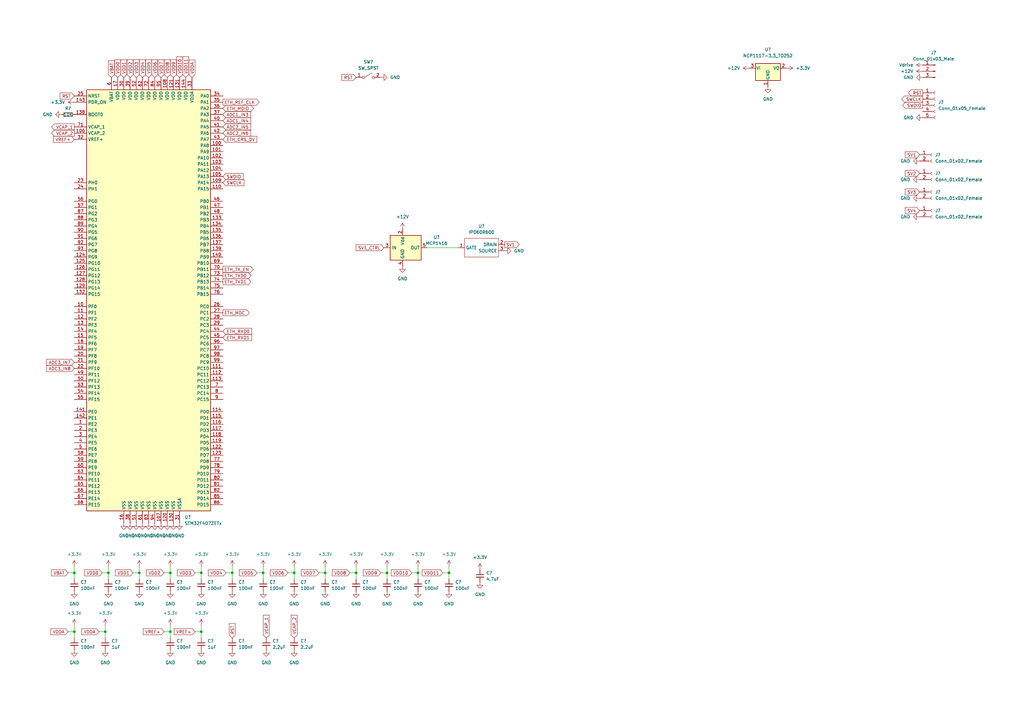
<source format=kicad_sch>
(kicad_sch (version 20211123) (generator eeschema)
  (paper "A3")
  (lib_symbols
    (symbol "Connector:Conn_01x02_Female" (pin_names (offset 1.016) hide)
      (property "Reference" "J" (at 0 2.54 0))
      (property "Value" "Conn_01x02_Female" (at 0 -5.08 0))
      (symbol "Conn_01x02_Female_1_1"
        (arc (start 0 -2.032) (mid -0.508 -2.54) (end 0 -3.048) (stroke (width 0.1524)))
        (polyline (pts (xy -1.27 -2.54) (xy -0.508 -2.54)) (stroke (width 0.1524)))
        (polyline (pts (xy -1.27 0) (xy -0.508 0)) (stroke (width 0.1524)))
        (arc (start 0 0.508) (mid -0.508 0) (end 0 -0.508) (stroke (width 0.1524)))
        (pin passive line (at -5.08 0 0) (length 3.81) (name "Pin_1") (number "1"))
        (pin passive line (at -5.08 -2.54 0) (length 3.81) (name "Pin_2") (number "2"))
      )
    )
    (symbol "Connector:Conn_01x03_Male" (pin_names (offset 1.016) hide)
      (property "Reference" "J" (at 0 5.08 0))
      (property "Value" "Conn_01x03_Male" (at 0 -5.08 0))
      (symbol "Conn_01x03_Male_1_1"
        (polyline (pts (xy 1.27 -2.54) (xy 0.8636 -2.54)) (stroke (width 0.1524)))
        (polyline (pts (xy 1.27 0) (xy 0.8636 0)) (stroke (width 0.1524)))
        (polyline (pts (xy 1.27 2.54) (xy 0.8636 2.54)) (stroke (width 0.1524)))
        (rectangle (start 0.8636 -2.413) (end 0 -2.667) (stroke (width 0.1524)) (fill (type outline)))
        (rectangle (start 0.8636 0.127) (end 0 -0.127) (stroke (width 0.1524)) (fill (type outline)))
        (rectangle (start 0.8636 2.667) (end 0 2.413) (stroke (width 0.1524)) (fill (type outline)))
        (pin passive line (at 5.08 2.54 180) (length 3.81) (name "Pin_1") (number "1"))
        (pin passive line (at 5.08 0 180) (length 3.81) (name "Pin_2") (number "2"))
        (pin passive line (at 5.08 -2.54 180) (length 3.81) (name "Pin_3") (number "3"))
      )
    )
    (symbol "Connector:Conn_01x05_Female" (pin_names (offset 1.016) hide)
      (property "Reference" "J" (at 0 7.62 0))
      (property "Value" "Conn_01x05_Female" (at 0 -7.62 0))
      (symbol "Conn_01x05_Female_1_1"
        (arc (start 0 -4.572) (mid -0.508 -5.08) (end 0 -5.588) (stroke (width 0.1524)))
        (arc (start 0 -2.032) (mid -0.508 -2.54) (end 0 -3.048) (stroke (width 0.1524)))
        (polyline (pts (xy -1.27 -5.08) (xy -0.508 -5.08)) (stroke (width 0.1524)))
        (polyline (pts (xy -1.27 -2.54) (xy -0.508 -2.54)) (stroke (width 0.1524)))
        (polyline (pts (xy -1.27 0) (xy -0.508 0)) (stroke (width 0.1524)))
        (polyline (pts (xy -1.27 2.54) (xy -0.508 2.54)) (stroke (width 0.1524)))
        (polyline (pts (xy -1.27 5.08) (xy -0.508 5.08)) (stroke (width 0.1524)))
        (arc (start 0 0.508) (mid -0.508 0) (end 0 -0.508) (stroke (width 0.1524)))
        (arc (start 0 3.048) (mid -0.508 2.54) (end 0 2.032) (stroke (width 0.1524)))
        (arc (start 0 5.588) (mid -0.508 5.08) (end 0 4.572) (stroke (width 0.1524)))
        (pin passive line (at -5.08 5.08 0) (length 3.81) (name "Pin_1") (number "1"))
        (pin passive line (at -5.08 2.54 0) (length 3.81) (name "Pin_2") (number "2"))
        (pin passive line (at -5.08 0 0) (length 3.81) (name "Pin_3") (number "3"))
        (pin passive line (at -5.08 -2.54 0) (length 3.81) (name "Pin_4") (number "4"))
        (pin passive line (at -5.08 -5.08 0) (length 3.81) (name "Pin_5") (number "5"))
      )
    )
    (symbol "Device:C_Small" (pin_numbers hide) (pin_names (offset 0.254) hide)
      (property "Reference" "C" (at 0.254 1.778 0))
      (property "Value" "C_Small" (at 0.254 -2.032 0))
      (symbol "C_Small_0_1"
        (polyline (pts (xy -1.524 -0.508) (xy 1.524 -0.508)) (stroke (width 0.3302)))
        (polyline (pts (xy -1.524 0.508) (xy 1.524 0.508)) (stroke (width 0.3048)))
      )
      (symbol "C_Small_1_1"
        (pin passive line (at 0 2.54 270) (length 2.032) (name "~") (number "1"))
        (pin passive line (at 0 -2.54 90) (length 2.032) (name "~") (number "2"))
      )
    )
    (symbol "Device:R_Small" (pin_numbers hide) (pin_names (offset 0.254) hide)
      (property "Reference" "R" (at 0.762 0.508 0))
      (property "Value" "R_Small" (at 0.762 -1.016 0))
      (symbol "R_Small_0_1"
        (rectangle (start -0.762 1.778) (end 0.762 -1.778) (stroke (width 0.2032)))
      )
      (symbol "R_Small_1_1"
        (pin passive line (at 0 2.54 270) (length 0.762) (name "~") (number "1"))
        (pin passive line (at 0 -2.54 90) (length 0.762) (name "~") (number "2"))
      )
    )
    (symbol "Driver_FET:MCP1416"
      (property "Reference" "U" (at -5.08 6.35 0))
      (property "Value" "MCP1416" (at 1.27 6.35 0))
      (symbol "MCP1416_0_1"
        (rectangle (start -5.08 5.08) (end 7.62 -5.08) (stroke (width 0.254)) (fill (type background)))
      )
      (symbol "MCP1416_1_1"
        (pin no_connect line (at 7.62 -2.54 180) (length 2.54) hide (name "NC") (number "1"))
        (pin power_in line (at 0 7.62 270) (length 2.54) (name "Vdd") (number "2"))
        (pin input line (at -7.62 0 0) (length 2.54) (name "IN") (number "3"))
        (pin power_in line (at 0 -7.62 90) (length 2.54) (name "GND") (number "4"))
        (pin output line (at 10.16 0 180) (length 2.54) (name "OUT") (number "5"))
      )
    )
    (symbol "MCU_ST_STM32F4:STM32F407ZETx"
      (property "Reference" "U" (at -25.4 87.63 0))
      (property "Value" "STM32F407ZETx" (at 20.32 87.63 0))
      (symbol "STM32F407ZETx_0_1"
        (rectangle (start -25.4 -86.36) (end 25.4 86.36) (stroke (width 0.254)) (fill (type background)))
      )
      (symbol "STM32F407ZETx_1_1"
        (pin bidirectional line (at -30.48 -50.8 0) (length 5.08) (name "PE2") (number "1"))
        (pin bidirectional line (at -30.48 -2.54 0) (length 5.08) (name "PF0") (number "10"))
        (pin bidirectional line (at 30.48 63.5 180) (length 5.08) (name "PA8") (number "100"))
        (pin bidirectional line (at 30.48 60.96 180) (length 5.08) (name "PA9") (number "101"))
        (pin bidirectional line (at 30.48 58.42 180) (length 5.08) (name "PA10") (number "102"))
        (pin bidirectional line (at 30.48 55.88 180) (length 5.08) (name "PA11") (number "103"))
        (pin bidirectional line (at 30.48 53.34 180) (length 5.08) (name "PA12") (number "104"))
        (pin bidirectional line (at 30.48 50.8 180) (length 5.08) (name "PA13") (number "105"))
        (pin power_in line (at -30.48 68.58 0) (length 5.08) (name "VCAP_2") (number "106"))
        (pin power_in line (at 5.08 -91.44 90) (length 5.08) (name "VSS") (number "107"))
        (pin power_in line (at 7.62 91.44 270) (length 5.08) (name "VDD") (number "108"))
        (pin bidirectional line (at 30.48 48.26 180) (length 5.08) (name "PA14") (number "109"))
        (pin bidirectional line (at -30.48 -5.08 0) (length 5.08) (name "PF1") (number "11"))
        (pin bidirectional line (at 30.48 45.72 180) (length 5.08) (name "PA15") (number "110"))
        (pin bidirectional line (at 30.48 -27.94 180) (length 5.08) (name "PC10") (number "111"))
        (pin bidirectional line (at 30.48 -30.48 180) (length 5.08) (name "PC11") (number "112"))
        (pin bidirectional line (at 30.48 -33.02 180) (length 5.08) (name "PC12") (number "113"))
        (pin bidirectional line (at 30.48 -45.72 180) (length 5.08) (name "PD0") (number "114"))
        (pin bidirectional line (at 30.48 -48.26 180) (length 5.08) (name "PD1") (number "115"))
        (pin bidirectional line (at 30.48 -50.8 180) (length 5.08) (name "PD2") (number "116"))
        (pin bidirectional line (at 30.48 -53.34 180) (length 5.08) (name "PD3") (number "117"))
        (pin bidirectional line (at 30.48 -55.88 180) (length 5.08) (name "PD4") (number "118"))
        (pin bidirectional line (at 30.48 -58.42 180) (length 5.08) (name "PD5") (number "119"))
        (pin bidirectional line (at -30.48 -7.62 0) (length 5.08) (name "PF2") (number "12"))
        (pin power_in line (at 7.62 -91.44 90) (length 5.08) (name "VSS") (number "120"))
        (pin power_in line (at 10.16 91.44 270) (length 5.08) (name "VDD") (number "121"))
        (pin bidirectional line (at 30.48 -60.96 180) (length 5.08) (name "PD6") (number "122"))
        (pin bidirectional line (at 30.48 -63.5 180) (length 5.08) (name "PD7") (number "123"))
        (pin bidirectional line (at -30.48 17.78 0) (length 5.08) (name "PG9") (number "124"))
        (pin bidirectional line (at -30.48 15.24 0) (length 5.08) (name "PG10") (number "125"))
        (pin bidirectional line (at -30.48 12.7 0) (length 5.08) (name "PG11") (number "126"))
        (pin bidirectional line (at -30.48 10.16 0) (length 5.08) (name "PG12") (number "127"))
        (pin bidirectional line (at -30.48 7.62 0) (length 5.08) (name "PG13") (number "128"))
        (pin bidirectional line (at -30.48 5.08 0) (length 5.08) (name "PG14") (number "129"))
        (pin bidirectional line (at -30.48 -10.16 0) (length 5.08) (name "PF3") (number "13"))
        (pin power_in line (at 10.16 -91.44 90) (length 5.08) (name "VSS") (number "130"))
        (pin power_in line (at 12.7 91.44 270) (length 5.08) (name "VDD") (number "131"))
        (pin bidirectional line (at -30.48 2.54 0) (length 5.08) (name "PG15") (number "132"))
        (pin bidirectional line (at 30.48 33.02 180) (length 5.08) (name "PB3") (number "133"))
        (pin bidirectional line (at 30.48 30.48 180) (length 5.08) (name "PB4") (number "134"))
        (pin bidirectional line (at 30.48 27.94 180) (length 5.08) (name "PB5") (number "135"))
        (pin bidirectional line (at 30.48 25.4 180) (length 5.08) (name "PB6") (number "136"))
        (pin bidirectional line (at 30.48 22.86 180) (length 5.08) (name "PB7") (number "137"))
        (pin input line (at -30.48 76.2 0) (length 5.08) (name "BOOT0") (number "138"))
        (pin bidirectional line (at 30.48 20.32 180) (length 5.08) (name "PB8") (number "139"))
        (pin bidirectional line (at -30.48 -12.7 0) (length 5.08) (name "PF4") (number "14"))
        (pin bidirectional line (at 30.48 17.78 180) (length 5.08) (name "PB9") (number "140"))
        (pin bidirectional line (at -30.48 -45.72 0) (length 5.08) (name "PE0") (number "141"))
        (pin bidirectional line (at -30.48 -48.26 0) (length 5.08) (name "PE1") (number "142"))
        (pin input line (at -30.48 81.28 0) (length 5.08) (name "PDR_ON") (number "143"))
        (pin power_in line (at 15.24 91.44 270) (length 5.08) (name "VDD") (number "144"))
        (pin bidirectional line (at -30.48 -15.24 0) (length 5.08) (name "PF5") (number "15"))
        (pin power_in line (at -10.16 -91.44 90) (length 5.08) (name "VSS") (number "16"))
        (pin power_in line (at -12.7 91.44 270) (length 5.08) (name "VDD") (number "17"))
        (pin bidirectional line (at -30.48 -17.78 0) (length 5.08) (name "PF6") (number "18"))
        (pin bidirectional line (at -30.48 -20.32 0) (length 5.08) (name "PF7") (number "19"))
        (pin bidirectional line (at -30.48 -53.34 0) (length 5.08) (name "PE3") (number "2"))
        (pin bidirectional line (at -30.48 -22.86 0) (length 5.08) (name "PF8") (number "20"))
        (pin bidirectional line (at -30.48 -25.4 0) (length 5.08) (name "PF9") (number "21"))
        (pin bidirectional line (at -30.48 -27.94 0) (length 5.08) (name "PF10") (number "22"))
        (pin input line (at -30.48 48.26 0) (length 5.08) (name "PH0") (number "23"))
        (pin input line (at -30.48 45.72 0) (length 5.08) (name "PH1") (number "24"))
        (pin input line (at -30.48 83.82 0) (length 5.08) (name "NRST") (number "25"))
        (pin bidirectional line (at 30.48 -2.54 180) (length 5.08) (name "PC0") (number "26"))
        (pin bidirectional line (at 30.48 -5.08 180) (length 5.08) (name "PC1") (number "27"))
        (pin bidirectional line (at 30.48 -7.62 180) (length 5.08) (name "PC2") (number "28"))
        (pin bidirectional line (at 30.48 -10.16 180) (length 5.08) (name "PC3") (number "29"))
        (pin bidirectional line (at -30.48 -55.88 0) (length 5.08) (name "PE4") (number "3"))
        (pin power_in line (at -10.16 91.44 270) (length 5.08) (name "VDD") (number "30"))
        (pin power_in line (at 12.7 -91.44 90) (length 5.08) (name "VSSA") (number "31"))
        (pin power_in line (at -30.48 66.04 0) (length 5.08) (name "VREF+") (number "32"))
        (pin power_in line (at 17.78 91.44 270) (length 5.08) (name "VDDA") (number "33"))
        (pin bidirectional line (at 30.48 83.82 180) (length 5.08) (name "PA0") (number "34"))
        (pin bidirectional line (at 30.48 81.28 180) (length 5.08) (name "PA1") (number "35"))
        (pin bidirectional line (at 30.48 78.74 180) (length 5.08) (name "PA2") (number "36"))
        (pin bidirectional line (at 30.48 76.2 180) (length 5.08) (name "PA3") (number "37"))
        (pin power_in line (at -7.62 -91.44 90) (length 5.08) (name "VSS") (number "38"))
        (pin power_in line (at -7.62 91.44 270) (length 5.08) (name "VDD") (number "39"))
        (pin bidirectional line (at -30.48 -58.42 0) (length 5.08) (name "PE5") (number "4"))
        (pin bidirectional line (at 30.48 73.66 180) (length 5.08) (name "PA4") (number "40"))
        (pin bidirectional line (at 30.48 71.12 180) (length 5.08) (name "PA5") (number "41"))
        (pin bidirectional line (at 30.48 68.58 180) (length 5.08) (name "PA6") (number "42"))
        (pin bidirectional line (at 30.48 66.04 180) (length 5.08) (name "PA7") (number "43"))
        (pin bidirectional line (at 30.48 -12.7 180) (length 5.08) (name "PC4") (number "44"))
        (pin bidirectional line (at 30.48 -15.24 180) (length 5.08) (name "PC5") (number "45"))
        (pin bidirectional line (at 30.48 40.64 180) (length 5.08) (name "PB0") (number "46"))
        (pin bidirectional line (at 30.48 38.1 180) (length 5.08) (name "PB1") (number "47"))
        (pin bidirectional line (at 30.48 35.56 180) (length 5.08) (name "PB2") (number "48"))
        (pin bidirectional line (at -30.48 -30.48 0) (length 5.08) (name "PF11") (number "49"))
        (pin bidirectional line (at -30.48 -60.96 0) (length 5.08) (name "PE6") (number "5"))
        (pin bidirectional line (at -30.48 -33.02 0) (length 5.08) (name "PF12") (number "50"))
        (pin power_in line (at -5.08 -91.44 90) (length 5.08) (name "VSS") (number "51"))
        (pin power_in line (at -5.08 91.44 270) (length 5.08) (name "VDD") (number "52"))
        (pin bidirectional line (at -30.48 -35.56 0) (length 5.08) (name "PF13") (number "53"))
        (pin bidirectional line (at -30.48 -38.1 0) (length 5.08) (name "PF14") (number "54"))
        (pin bidirectional line (at -30.48 -40.64 0) (length 5.08) (name "PF15") (number "55"))
        (pin bidirectional line (at -30.48 40.64 0) (length 5.08) (name "PG0") (number "56"))
        (pin bidirectional line (at -30.48 38.1 0) (length 5.08) (name "PG1") (number "57"))
        (pin bidirectional line (at -30.48 -63.5 0) (length 5.08) (name "PE7") (number "58"))
        (pin bidirectional line (at -30.48 -66.04 0) (length 5.08) (name "PE8") (number "59"))
        (pin power_in line (at -15.24 91.44 270) (length 5.08) (name "VBAT") (number "6"))
        (pin bidirectional line (at -30.48 -68.58 0) (length 5.08) (name "PE9") (number "60"))
        (pin power_in line (at -2.54 -91.44 90) (length 5.08) (name "VSS") (number "61"))
        (pin power_in line (at -2.54 91.44 270) (length 5.08) (name "VDD") (number "62"))
        (pin bidirectional line (at -30.48 -71.12 0) (length 5.08) (name "PE10") (number "63"))
        (pin bidirectional line (at -30.48 -73.66 0) (length 5.08) (name "PE11") (number "64"))
        (pin bidirectional line (at -30.48 -76.2 0) (length 5.08) (name "PE12") (number "65"))
        (pin bidirectional line (at -30.48 -78.74 0) (length 5.08) (name "PE13") (number "66"))
        (pin bidirectional line (at -30.48 -81.28 0) (length 5.08) (name "PE14") (number "67"))
        (pin bidirectional line (at -30.48 -83.82 0) (length 5.08) (name "PE15") (number "68"))
        (pin bidirectional line (at 30.48 15.24 180) (length 5.08) (name "PB10") (number "69"))
        (pin bidirectional line (at 30.48 -35.56 180) (length 5.08) (name "PC13") (number "7"))
        (pin bidirectional line (at 30.48 12.7 180) (length 5.08) (name "PB11") (number "70"))
        (pin power_in line (at -30.48 71.12 0) (length 5.08) (name "VCAP_1") (number "71"))
        (pin power_in line (at 0 91.44 270) (length 5.08) (name "VDD") (number "72"))
        (pin bidirectional line (at 30.48 10.16 180) (length 5.08) (name "PB12") (number "73"))
        (pin bidirectional line (at 30.48 7.62 180) (length 5.08) (name "PB13") (number "74"))
        (pin bidirectional line (at 30.48 5.08 180) (length 5.08) (name "PB14") (number "75"))
        (pin bidirectional line (at 30.48 2.54 180) (length 5.08) (name "PB15") (number "76"))
        (pin bidirectional line (at 30.48 -66.04 180) (length 5.08) (name "PD8") (number "77"))
        (pin bidirectional line (at 30.48 -68.58 180) (length 5.08) (name "PD9") (number "78"))
        (pin bidirectional line (at 30.48 -71.12 180) (length 5.08) (name "PD10") (number "79"))
        (pin bidirectional line (at 30.48 -38.1 180) (length 5.08) (name "PC14") (number "8"))
        (pin bidirectional line (at 30.48 -73.66 180) (length 5.08) (name "PD11") (number "80"))
        (pin bidirectional line (at 30.48 -76.2 180) (length 5.08) (name "PD12") (number "81"))
        (pin bidirectional line (at 30.48 -78.74 180) (length 5.08) (name "PD13") (number "82"))
        (pin power_in line (at 0 -91.44 90) (length 5.08) (name "VSS") (number "83"))
        (pin power_in line (at 2.54 91.44 270) (length 5.08) (name "VDD") (number "84"))
        (pin bidirectional line (at 30.48 -81.28 180) (length 5.08) (name "PD14") (number "85"))
        (pin bidirectional line (at 30.48 -83.82 180) (length 5.08) (name "PD15") (number "86"))
        (pin bidirectional line (at -30.48 35.56 0) (length 5.08) (name "PG2") (number "87"))
        (pin bidirectional line (at -30.48 33.02 0) (length 5.08) (name "PG3") (number "88"))
        (pin bidirectional line (at -30.48 30.48 0) (length 5.08) (name "PG4") (number "89"))
        (pin bidirectional line (at 30.48 -40.64 180) (length 5.08) (name "PC15") (number "9"))
        (pin bidirectional line (at -30.48 27.94 0) (length 5.08) (name "PG5") (number "90"))
        (pin bidirectional line (at -30.48 25.4 0) (length 5.08) (name "PG6") (number "91"))
        (pin bidirectional line (at -30.48 22.86 0) (length 5.08) (name "PG7") (number "92"))
        (pin bidirectional line (at -30.48 20.32 0) (length 5.08) (name "PG8") (number "93"))
        (pin power_in line (at 2.54 -91.44 90) (length 5.08) (name "VSS") (number "94"))
        (pin power_in line (at 5.08 91.44 270) (length 5.08) (name "VDD") (number "95"))
        (pin bidirectional line (at 30.48 -17.78 180) (length 5.08) (name "PC6") (number "96"))
        (pin bidirectional line (at 30.48 -20.32 180) (length 5.08) (name "PC7") (number "97"))
        (pin bidirectional line (at 30.48 -22.86 180) (length 5.08) (name "PC8") (number "98"))
        (pin bidirectional line (at 30.48 -25.4 180) (length 5.08) (name "PC9") (number "99"))
      )
    )
    (symbol "Regulator_Linear:NCP1117-3.3_TO252" (pin_names (offset 0.254))
      (property "Reference" "U" (at -3.81 3.175 0))
      (property "Value" "NCP1117-3.3_TO252" (at 0 3.175 0))
      (symbol "NCP1117-3.3_TO252_0_1"
        (rectangle (start -5.08 1.905) (end 5.08 -5.08) (stroke (width 0.254)) (fill (type background)))
      )
      (symbol "NCP1117-3.3_TO252_1_1"
        (pin power_in line (at 0 -7.62 90) (length 2.54) (name "GND") (number "1"))
        (pin power_out line (at 7.62 0 180) (length 2.54) (name "VO") (number "2"))
        (pin power_in line (at -7.62 0 0) (length 2.54) (name "VI") (number "3"))
      )
    )
    (symbol "Switch:SW_SPST" (pin_names (offset 0) hide)
      (property "Reference" "SW" (at 0 3.175 0))
      (property "Value" "SW_SPST" (at 0 -2.54 0))
      (symbol "SW_SPST_0_0"
        (circle (center -2.032 0) (radius 0.508))
        (polyline (pts (xy -1.524 0.254) (xy 1.524 1.778)))
        (circle (center 2.032 0) (radius 0.508))
      )
      (symbol "SW_SPST_1_1"
        (pin passive line (at -5.08 0 0) (length 2.54) (name "A") (number "1"))
        (pin passive line (at 5.08 0 180) (length 2.54) (name "B") (number "2"))
      )
    )
    (symbol "custom_symbols:IPD60R600"
      (property "Reference" "U" (at 0 7.62 0))
      (property "Value" "IPD60R600" (at 1.27 10.16 0))
      (symbol "IPD60R600_0_1"
        (rectangle (start -6.35 3.81) (end 7.62 -3.81))
      )
      (symbol "IPD60R600_1_1"
        (pin input line (at -8.89 0 0) (length 2.54) (name "GATE") (number "1"))
        (pin open_collector line (at 10.16 1.27 180) (length 2.54) (name "DRAIN") (number "2"))
        (pin open_emitter line (at 10.16 -1.27 180) (length 2.54) (name "SOURCE") (number "3"))
      )
    )
    (symbol "power:+12V" (power) (pin_names (offset 0))
      (property "Value" "+12V" (at 0 3.556 0))
      (symbol "+12V_0_1"
        (polyline (pts (xy -0.762 1.27) (xy 0 2.54)))
        (polyline (pts (xy 0 0) (xy 0 2.54)))
        (polyline (pts (xy 0 2.54) (xy 0.762 1.27)))
      )
      (symbol "+12V_1_1"
        (pin power_in line (at 0 0 90) (length 0) hide (name "+12V") (number "1"))
      )
    )
    (symbol "power:+3.3V" (power) (pin_names (offset 0))
      (property "Value" "+3.3V" (at 0 3.556 0))
      (symbol "+3.3V_0_1"
        (polyline (pts (xy -0.762 1.27) (xy 0 2.54)))
        (polyline (pts (xy 0 0) (xy 0 2.54)))
        (polyline (pts (xy 0 2.54) (xy 0.762 1.27)))
      )
      (symbol "+3.3V_1_1"
        (pin power_in line (at 0 0 90) (length 0) hide (name "+3.3V") (number "1"))
      )
    )
    (symbol "power:GND" (power) (pin_names (offset 0))
      (property "Value" "GND" (at 0 -3.81 0))
      (symbol "GND_0_1"
        (polyline (pts (xy 0 0) (xy 0 -1.27) (xy 1.27 -1.27) (xy 0 -2.54) (xy -1.27 -1.27) (xy 0 -1.27)))
      )
      (symbol "GND_1_1"
        (pin power_in line (at 0 0 270) (length 0) hide (name "GND") (number "1"))
      )
    )
    (symbol "power:Vdrive" (power) (pin_names (offset 0))
      (property "Value" "Vdrive" (at 0 3.81 0))
      (symbol "Vdrive_0_1"
        (polyline (pts (xy -0.762 1.27) (xy 0 2.54)))
        (polyline (pts (xy 0 0) (xy 0 2.54)))
        (polyline (pts (xy 0 2.54) (xy 0.762 1.27)))
      )
      (symbol "Vdrive_1_1"
        (pin power_in line (at 0 0 90) (length 0) hide (name "Vdrive") (number "1"))
      )
    )
  )
  (junction (at 158.75 234.95))
  (junction (at 184.15 234.95))
  (junction (at 146.05 234.95))
  (junction (at 44.45 234.95))
  (junction (at 133.35 234.95))
  (junction (at 82.55 259.08))
  (junction (at 69.85 259.08))
  (junction (at 171.45 234.95))
  (junction (at 57.15 234.95))
  (junction (at 69.85 234.95))
  (junction (at 30.48 234.95))
  (junction (at 43.18 259.08))
  (junction (at 30.48 259.08))
  (junction (at 120.65 234.95))
  (junction (at 82.55 234.95))
  (junction (at 107.95 234.95))
  (junction (at 95.25 234.95))
  (wire (pts (xy 184.15 234.95) (xy 184.15 232.41)))
  (wire (pts (xy 120.65 234.95) (xy 120.65 232.41)))
  (wire (pts (xy 120.65 234.95) (xy 120.65 237.49)))
  (wire (pts (xy 80.01 259.08) (xy 82.55 259.08)))
  (wire (pts (xy 107.95 234.95) (xy 107.95 237.49)))
  (wire (pts (xy 82.55 234.95) (xy 82.55 232.41)))
  (wire (pts (xy 44.45 234.95) (xy 44.45 237.49)))
  (wire (pts (xy 54.61 234.95) (xy 57.15 234.95)))
  (wire (pts (xy 130.81 234.95) (xy 133.35 234.95)))
  (wire (pts (xy 69.85 259.08) (xy 69.85 261.62)))
  (wire (pts (xy 57.15 234.95) (xy 57.15 237.49)))
  (wire (pts (xy 30.48 259.08) (xy 30.48 261.62)))
  (wire (pts (xy 146.05 234.95) (xy 146.05 232.41)))
  (wire (pts (xy 67.31 234.95) (xy 69.85 234.95)))
  (wire (pts (xy 82.55 259.08) (xy 82.55 261.62)))
  (wire (pts (xy 95.25 234.95) (xy 95.25 237.49)))
  (wire (pts (xy 168.91 234.95) (xy 171.45 234.95)))
  (wire (pts (xy 156.21 234.95) (xy 158.75 234.95)))
  (wire (pts (xy 69.85 234.95) (xy 69.85 237.49)))
  (wire (pts (xy 158.75 234.95) (xy 158.75 232.41)))
  (wire (pts (xy 30.48 259.08) (xy 30.48 256.54)))
  (wire (pts (xy 171.45 234.95) (xy 171.45 232.41)))
  (wire (pts (xy 82.55 259.08) (xy 82.55 256.54)))
  (wire (pts (xy 41.91 234.95) (xy 44.45 234.95)))
  (wire (pts (xy 69.85 234.95) (xy 69.85 232.41)))
  (wire (pts (xy 105.41 234.95) (xy 107.95 234.95)))
  (wire (pts (xy 107.95 234.95) (xy 107.95 232.41)))
  (wire (pts (xy 30.48 234.95) (xy 30.48 237.49)))
  (wire (pts (xy 92.71 234.95) (xy 95.25 234.95)))
  (wire (pts (xy 118.11 234.95) (xy 120.65 234.95)))
  (wire (pts (xy 171.45 234.95) (xy 171.45 237.49)))
  (wire (pts (xy 27.94 234.95) (xy 30.48 234.95)))
  (wire (pts (xy 43.18 259.08) (xy 43.18 261.62)))
  (wire (pts (xy 175.26 101.6) (xy 187.96 101.6)))
  (wire (pts (xy 44.45 234.95) (xy 44.45 232.41)))
  (wire (pts (xy 181.61 234.95) (xy 184.15 234.95)))
  (wire (pts (xy 69.85 259.08) (xy 69.85 256.54)))
  (wire (pts (xy 146.05 234.95) (xy 146.05 237.49)))
  (wire (pts (xy 158.75 234.95) (xy 158.75 237.49)))
  (wire (pts (xy 40.64 259.08) (xy 43.18 259.08)))
  (wire (pts (xy 82.55 234.95) (xy 82.55 237.49)))
  (wire (pts (xy 95.25 234.95) (xy 95.25 232.41)))
  (wire (pts (xy 80.01 234.95) (xy 82.55 234.95)))
  (wire (pts (xy 43.18 259.08) (xy 43.18 256.54)))
  (wire (pts (xy 27.94 259.08) (xy 30.48 259.08)))
  (wire (pts (xy 57.15 234.95) (xy 57.15 232.41)))
  (wire (pts (xy 143.51 234.95) (xy 146.05 234.95)))
  (wire (pts (xy 133.35 234.95) (xy 133.35 237.49)))
  (wire (pts (xy 67.31 259.08) (xy 69.85 259.08)))
  (wire (pts (xy 184.15 234.95) (xy 184.15 237.49)))
  (wire (pts (xy 30.48 234.95) (xy 30.48 232.41)))
  (wire (pts (xy 133.35 234.95) (xy 133.35 232.41)))
  (global_label "VDD7" (shape input) (at 66.04 31.75 90) (property "Intersheet References" "${INTERSHEET_REFS}" (effects hide)))
  (global_label "VDD6" (shape input) (at 118.11 234.95 180) (property "Intersheet References" "${INTERSHEET_REFS}" (effects hide)))
  (global_label "VDD5" (shape input) (at 60.96 31.75 90) (property "Intersheet References" "${INTERSHEET_REFS}" (effects hide)))
  (global_label "VDD0" (shape input) (at 48.26 31.75 90) (property "Intersheet References" "${INTERSHEET_REFS}" (effects hide)))
  (global_label "VCAP_1" (shape output) (at 30.48 52.07 180) (property "Intersheet References" "${INTERSHEET_REFS}" (effects hide)))
  (global_label "SV1_CTRL" (shape input) (at 157.48 101.6 180) (property "Intersheet References" "${INTERSHEET_REFS}" (effects hide)))
  (global_label "RST" (shape input) (at 95.25 261.62 90) (property "Intersheet References" "${INTERSHEET_REFS}" (effects hide)))
  (global_label "ETH_RXD1" (shape input) (at 91.44 138.43 0) (property "Intersheet References" "${INTERSHEET_REFS}" (effects hide)))
  (global_label "ADC1_IN3" (shape input) (at 91.44 46.99 0) (property "Intersheet References" "${INTERSHEET_REFS}" (effects hide)))
  (global_label "SV2" (shape input) (at 377.19 71.12 180) (property "Intersheet References" "${INTERSHEET_REFS}" (effects hide)))
  (global_label "SWCLK" (shape input) (at 91.44 74.93 0) (property "Intersheet References" "${INTERSHEET_REFS}" (effects hide)))
  (global_label "SV1" (shape input) (at 377.19 63.5 180) (property "Intersheet References" "${INTERSHEET_REFS}" (effects hide)))
  (global_label "VDD10" (shape input) (at 168.91 234.95 180) (property "Intersheet References" "${INTERSHEET_REFS}" (effects hide)))
  (global_label "ETH_CRS_DV" (shape input) (at 91.44 57.15 0) (property "Intersheet References" "${INTERSHEET_REFS}" (effects hide)))
  (global_label "ADC1_IN4" (shape input) (at 91.44 49.53 0) (property "Intersheet References" "${INTERSHEET_REFS}" (effects hide)))
  (global_label "VREF+" (shape input) (at 67.31 259.08 180) (property "Intersheet References" "${INTERSHEET_REFS}" (effects hide)))
  (global_label "VDD4" (shape input) (at 58.42 31.75 90) (property "Intersheet References" "${INTERSHEET_REFS}" (effects hide)))
  (global_label "ADC2_IN5" (shape input) (at 91.44 52.07 0) (property "Intersheet References" "${INTERSHEET_REFS}" (effects hide)))
  (global_label "VDD7" (shape input) (at 130.81 234.95 180) (property "Intersheet References" "${INTERSHEET_REFS}" (effects hide)))
  (global_label "VDD11" (shape input) (at 181.61 234.95 180) (property "Intersheet References" "${INTERSHEET_REFS}" (effects hide)))
  (global_label "VDD3" (shape input) (at 80.01 234.95 180) (property "Intersheet References" "${INTERSHEET_REFS}" (effects hide)))
  (global_label "VREF+" (shape input) (at 30.48 57.15 180) (property "Intersheet References" "${INTERSHEET_REFS}" (effects hide)))
  (global_label "SV4" (shape input) (at 377.19 86.36 180) (property "Intersheet References" "${INTERSHEET_REFS}" (effects hide)))
  (global_label "VDD5" (shape input) (at 105.41 234.95 180) (property "Intersheet References" "${INTERSHEET_REFS}" (effects hide)))
  (global_label "VDD3" (shape input) (at 55.88 31.75 90) (property "Intersheet References" "${INTERSHEET_REFS}" (effects hide)))
  (global_label "SWDIO" (shape input) (at 91.44 72.39 0) (property "Intersheet References" "${INTERSHEET_REFS}" (effects hide)))
  (global_label "VDDA" (shape input) (at 40.64 259.08 180) (property "Intersheet References" "${INTERSHEET_REFS}" (effects hide)))
  (global_label "VDD0" (shape input) (at 41.91 234.95 180) (property "Intersheet References" "${INTERSHEET_REFS}" (effects hide)))
  (global_label "ETH_TX_EN" (shape output) (at 91.44 110.49 0) (property "Intersheet References" "${INTERSHEET_REFS}" (effects hide)))
  (global_label "SWDIO" (shape output) (at 378.46 43.18 180) (property "Intersheet References" "${INTERSHEET_REFS}" (effects hide)))
  (global_label "VDDA" (shape input) (at 78.74 31.75 90) (property "Intersheet References" "${INTERSHEET_REFS}" (effects hide)))
  (global_label "VREF+" (shape input) (at 80.01 259.08 180) (property "Intersheet References" "${INTERSHEET_REFS}" (effects hide)))
  (global_label "VDD1" (shape input) (at 50.8 31.75 90) (property "Intersheet References" "${INTERSHEET_REFS}" (effects hide)))
  (global_label "SWCLK" (shape output) (at 378.46 40.64 180) (property "Intersheet References" "${INTERSHEET_REFS}" (effects hide)))
  (global_label "RST" (shape input) (at 30.48 39.37 180) (property "Intersheet References" "${INTERSHEET_REFS}" (effects hide)))
  (global_label "SV3" (shape input) (at 377.19 78.74 180) (property "Intersheet References" "${INTERSHEET_REFS}" (effects hide)))
  (global_label "VDD8" (shape input) (at 68.58 31.75 90) (property "Intersheet References" "${INTERSHEET_REFS}" (effects hide)))
  (global_label "ETH_MDIO" (shape bidirectional) (at 91.44 44.45 0) (property "Intersheet References" "${INTERSHEET_REFS}" (effects hide)))
  (global_label "VDD9" (shape input) (at 156.21 234.95 180) (property "Intersheet References" "${INTERSHEET_REFS}" (effects hide)))
  (global_label "ETH_TXD0" (shape output) (at 91.44 113.03 0) (property "Intersheet References" "${INTERSHEET_REFS}" (effects hide)))
  (global_label "VDDA" (shape input) (at 27.94 259.08 180) (property "Intersheet References" "${INTERSHEET_REFS}" (effects hide)))
  (global_label "ETH_MDC" (shape output) (at 91.44 128.27 0) (property "Intersheet References" "${INTERSHEET_REFS}" (effects hide)))
  (global_label "VBAT" (shape input) (at 45.72 31.75 90) (property "Intersheet References" "${INTERSHEET_REFS}" (effects hide)))
  (global_label "ETH_TXD1" (shape output) (at 91.44 115.57 0) (property "Intersheet References" "${INTERSHEET_REFS}" (effects hide)))
  (global_label "ADC2_IN6" (shape input) (at 91.44 54.61 0) (property "Intersheet References" "${INTERSHEET_REFS}" (effects hide)))
  (global_label "VDD11" (shape input) (at 76.2 31.75 90) (property "Intersheet References" "${INTERSHEET_REFS}" (effects hide)))
  (global_label "VCAP_1" (shape input) (at 109.22 261.62 90) (property "Intersheet References" "${INTERSHEET_REFS}" (effects hide)))
  (global_label "VCAP_2" (shape output) (at 30.48 54.61 180) (property "Intersheet References" "${INTERSHEET_REFS}" (effects hide)))
  (global_label "VDD2" (shape input) (at 53.34 31.75 90) (property "Intersheet References" "${INTERSHEET_REFS}" (effects hide)))
  (global_label "VDD10" (shape input) (at 73.66 31.75 90) (property "Intersheet References" "${INTERSHEET_REFS}" (effects hide)))
  (global_label "VDD9" (shape input) (at 71.12 31.75 90) (property "Intersheet References" "${INTERSHEET_REFS}" (effects hide)))
  (global_label "ETH_REF_CLK" (shape output) (at 91.44 41.91 0) (property "Intersheet References" "${INTERSHEET_REFS}" (effects hide)))
  (global_label "VBAT" (shape input) (at 27.94 234.95 180) (property "Intersheet References" "${INTERSHEET_REFS}" (effects hide)))
  (global_label "VDD2" (shape input) (at 67.31 234.95 180) (property "Intersheet References" "${INTERSHEET_REFS}" (effects hide)))
  (global_label "ADC3_IN8" (shape input) (at 30.48 151.13 180) (property "Intersheet References" "${INTERSHEET_REFS}" (effects hide)))
  (global_label "RST" (shape input) (at 146.05 31.75 180) (property "Intersheet References" "${INTERSHEET_REFS}" (effects hide)))
  (global_label "VDD4" (shape input) (at 92.71 234.95 180) (property "Intersheet References" "${INTERSHEET_REFS}" (effects hide)))
  (global_label "VDD8" (shape input) (at 143.51 234.95 180) (property "Intersheet References" "${INTERSHEET_REFS}" (effects hide)))
  (global_label "VDD6" (shape input) (at 63.5 31.75 90) (property "Intersheet References" "${INTERSHEET_REFS}" (effects hide)))
  (global_label "RST" (shape output) (at 378.46 38.1 180) (property "Intersheet References" "${INTERSHEET_REFS}" (effects hide)))
  (global_label "ETH_RXD0" (shape input) (at 91.44 135.89 0) (property "Intersheet References" "${INTERSHEET_REFS}" (effects hide)))
  (global_label "ADC3_IN7" (shape input) (at 30.48 148.59 180) (property "Intersheet References" "${INTERSHEET_REFS}" (effects hide)))
  (global_label "VDD1" (shape input) (at 54.61 234.95 180) (property "Intersheet References" "${INTERSHEET_REFS}" (effects hide)))
  (global_label "SV1" (shape output) (at 207.01 100.33 0) (property "Intersheet References" "${INTERSHEET_REFS}" (effects hide)))
  (global_label "VCAP_2" (shape input) (at 120.65 261.62 90) (property "Intersheet References" "${INTERSHEET_REFS}" (effects hide)))
  (symbol (lib_id "Device:C_Small") (at 95.25 240.03 0) (unit 1)
    (property "Reference" "C?" (at 97.79 238.7662 0) (effects (justify left)))
    (property "Value" "100nF" (at 97.79 241.3062 0) (effects (justify left)))
  )
  (symbol (lib_id "power:+3.3V") (at 82.55 256.54 0) (unit 1)
    (property "Reference" "#PWR?" (effects hide))
    (property "Value" "+3.3V" (at 82.55 251.46 0))
  )
  (symbol (lib_id "power:+3.3V") (at 184.15 232.41 0) (unit 1)
    (property "Reference" "#PWR?" (effects hide))
    (property "Value" "+3.3V" (at 184.15 227.33 0))
  )
  (symbol (lib_id "Device:C_Small") (at 82.55 264.16 0) (unit 1)
    (property "Reference" "C?" (at 85.09 262.8962 0) (effects (justify left)))
    (property "Value" "1uF" (at 85.09 265.4362 0) (effects (justify left)))
  )
  (symbol (lib_id "power:GND") (at 66.04 214.63 0) (unit 1)
    (property "Reference" "#PWR?" (effects hide))
    (property "Value" "GND" (at 66.04 219.71 0))
  )
  (symbol (lib_id "power:+3.3V") (at 107.95 232.41 0) (unit 1)
    (property "Reference" "#PWR?" (effects hide))
    (property "Value" "+3.3V" (at 107.95 227.33 0))
  )
  (symbol (lib_id "power:GND") (at 25.4 46.99 270) (unit 1)
    (property "Reference" "#PWR?" (effects hide))
    (property "Value" "GND" (at 21.59 46.9899 90) (effects (justify right)))
  )
  (symbol (lib_id "power:GND") (at 82.55 266.7 0) (unit 1)
    (property "Reference" "#PWR?" (effects hide))
    (property "Value" "GND" (at 82.55 271.78 0))
  )
  (symbol (lib_id "Connector:Conn_01x02_Female") (at 382.27 71.12 0) (unit 1)
    (property "Reference" "J?" (at 383.54 71.1199 0) (effects (justify left)))
    (property "Value" "Conn_01x02_Female" (at 383.54 73.6599 0) (effects (justify left)))
  )
  (symbol (lib_id "power:GND") (at 71.12 214.63 0) (unit 1)
    (property "Reference" "#PWR?" (effects hide))
    (property "Value" "GND" (at 71.12 219.71 0))
  )
  (symbol (lib_id "Device:C_Small") (at 133.35 240.03 0) (unit 1)
    (property "Reference" "C?" (at 135.89 238.7662 0) (effects (justify left)))
    (property "Value" "100nF" (at 135.89 241.3062 0) (effects (justify left)))
  )
  (symbol (lib_id "power:GND") (at 69.85 242.57 0) (unit 1)
    (property "Reference" "#PWR?" (effects hide))
    (property "Value" "GND" (at 69.85 247.65 0))
  )
  (symbol (lib_id "power:GND") (at 377.19 81.28 270) (unit 1)
    (property "Reference" "#PWR?" (effects hide))
    (property "Value" "GND" (at 373.38 81.2799 90) (effects (justify right)))
  )
  (symbol (lib_id "Device:C_Small") (at 146.05 240.03 0) (unit 1)
    (property "Reference" "C?" (at 148.59 238.7662 0) (effects (justify left)))
    (property "Value" "100nF" (at 148.59 241.3062 0) (effects (justify left)))
  )
  (symbol (lib_id "power:GND") (at 95.25 242.57 0) (unit 1)
    (property "Reference" "#PWR?" (effects hide))
    (property "Value" "GND" (at 95.25 247.65 0))
  )
  (symbol (lib_id "power:GND") (at 314.96 35.56 0) (unit 1)
    (property "Reference" "#PWR?" (effects hide))
    (property "Value" "GND" (at 314.96 40.64 0))
  )
  (symbol (lib_id "Connector:Conn_01x02_Female") (at 382.27 86.36 0) (unit 1)
    (property "Reference" "J?" (at 383.54 86.3599 0) (effects (justify left)))
    (property "Value" "Conn_01x02_Female" (at 383.54 88.8999 0) (effects (justify left)))
  )
  (symbol (lib_id "Device:C_Small") (at 82.55 240.03 0) (unit 1)
    (property "Reference" "C?" (at 85.09 238.7662 0) (effects (justify left)))
    (property "Value" "100nF" (at 85.09 241.3062 0) (effects (justify left)))
  )
  (symbol (lib_id "power:GND") (at 30.48 242.57 0) (unit 1)
    (property "Reference" "#PWR?" (effects hide))
    (property "Value" "GND" (at 30.48 247.65 0))
  )
  (symbol (lib_id "Device:C_Small") (at 196.85 236.22 0) (unit 1)
    (property "Reference" "C?" (at 199.39 234.9562 0) (effects (justify left)))
    (property "Value" "4.7uF" (at 199.39 237.4962 0) (effects (justify left)))
  )
  (symbol (lib_id "power:GND") (at 378.46 48.26 270) (unit 1)
    (property "Reference" "#PWR?" (effects hide))
    (property "Value" "GND" (at 374.65 48.2599 90) (effects (justify right)))
  )
  (symbol (lib_id "Connector:Conn_01x02_Female") (at 382.27 78.74 0) (unit 1)
    (property "Reference" "J?" (at 383.54 78.7399 0) (effects (justify left)))
    (property "Value" "Conn_01x02_Female" (at 383.54 81.2799 0) (effects (justify left)))
  )
  (symbol (lib_id "Connector:Conn_01x03_Male") (at 383.54 29.21 0) (mirror y) (unit 1)
    (property "Reference" "J?" (at 382.905 21.59 0))
    (property "Value" "Conn_01x03_Male" (at 382.905 24.13 0))
  )
  (symbol (lib_id "power:GND") (at 146.05 242.57 0) (unit 1)
    (property "Reference" "#PWR?" (effects hide))
    (property "Value" "GND" (at 146.05 247.65 0))
  )
  (symbol (lib_id "power:GND") (at 60.96 214.63 0) (unit 1)
    (property "Reference" "#PWR?" (effects hide))
    (property "Value" "GND" (at 60.96 219.71 0))
  )
  (symbol (lib_id "power:GND") (at 107.95 242.57 0) (unit 1)
    (property "Reference" "#PWR?" (effects hide))
    (property "Value" "GND" (at 107.95 247.65 0))
  )
  (symbol (lib_id "power:GND") (at 109.22 266.7 0) (unit 1)
    (property "Reference" "#PWR?" (effects hide))
    (property "Value" "GND" (at 109.22 271.78 0))
  )
  (symbol (lib_id "power:+3.3V") (at 82.55 232.41 0) (unit 1)
    (property "Reference" "#PWR?" (effects hide))
    (property "Value" "+3.3V" (at 82.55 227.33 0))
  )
  (symbol (lib_id "power:GND") (at 377.19 73.66 270) (unit 1)
    (property "Reference" "#PWR?" (effects hide))
    (property "Value" "GND" (at 373.38 73.6599 90) (effects (justify right)))
  )
  (symbol (lib_id "power:GND") (at 156.21 31.75 90) (unit 1)
    (property "Reference" "#PWR?" (effects hide))
    (property "Value" "GND" (at 160.02 31.7499 90) (effects (justify right)))
  )
  (symbol (lib_id "power:GND") (at 50.8 214.63 0) (unit 1)
    (property "Reference" "#PWR?" (effects hide))
    (property "Value" "GND" (at 50.8 219.71 0))
  )
  (symbol (lib_id "power:GND") (at 207.01 102.87 90) (unit 1)
    (property "Reference" "#PWR?" (effects hide))
    (property "Value" "GND" (at 210.82 102.8699 90) (effects (justify right)))
  )
  (symbol (lib_id "power:GND") (at 95.25 266.7 0) (unit 1)
    (property "Reference" "#PWR?" (effects hide))
    (property "Value" "GND" (at 95.25 271.78 0))
  )
  (symbol (lib_id "power:GND") (at 63.5 214.63 0) (unit 1)
    (property "Reference" "#PWR?" (effects hide))
    (property "Value" "GND" (at 63.5 219.71 0))
  )
  (symbol (lib_id "Device:R_Small") (at 27.94 46.99 90) (unit 1)
    (property "Reference" "R?" (at 27.94 44.45 90))
    (property "Value" "10K" (at 27.94 46.99 90))
  )
  (symbol (lib_id "power:GND") (at 120.65 266.7 0) (unit 1)
    (property "Reference" "#PWR?" (effects hide))
    (property "Value" "GND" (at 120.65 271.78 0))
  )
  (symbol (lib_id "power:+3.3V") (at 171.45 232.41 0) (unit 1)
    (property "Reference" "#PWR?" (effects hide))
    (property "Value" "+3.3V" (at 171.45 227.33 0))
  )
  (symbol (lib_id "Device:C_Small") (at 43.18 264.16 0) (unit 1)
    (property "Reference" "C?" (at 45.72 262.8962 0) (effects (justify left)))
    (property "Value" "1uF" (at 45.72 265.4362 0) (effects (justify left)))
  )
  (symbol (lib_id "Device:C_Small") (at 69.85 240.03 0) (unit 1)
    (property "Reference" "C?" (at 72.39 238.7662 0) (effects (justify left)))
    (property "Value" "100nF" (at 72.39 241.3062 0) (effects (justify left)))
  )
  (symbol (lib_id "power:+3.3V") (at 158.75 232.41 0) (unit 1)
    (property "Reference" "#PWR?" (effects hide))
    (property "Value" "+3.3V" (at 158.75 227.33 0))
  )
  (symbol (lib_id "power:GND") (at 171.45 242.57 0) (unit 1)
    (property "Reference" "#PWR?" (effects hide))
    (property "Value" "GND" (at 171.45 247.65 0))
  )
  (symbol (lib_id "Driver_FET:MCP1416") (at 165.1 101.6 0) (unit 1)
    (property "Reference" "U?" (at 179.07 97.2693 0))
    (property "Value" "MCP1416" (at 179.07 99.8093 0))
    (property "Footprint" "Package_TO_SOT_SMD:SOT-23-5" (effects hide))
    (property "Datasheet" "http://ww1.microchip.com/downloads/en/DeviceDoc/20002092F.pdf" (effects hide))
  )
  (symbol (lib_id "power:+3.3V") (at 322.58 27.94 270) (unit 1)
    (property "Reference" "#PWR?" (effects hide))
    (property "Value" "+3.3V" (at 326.39 27.9399 90) (effects (justify left)))
  )
  (symbol (lib_id "Device:C_Small") (at 30.48 264.16 0) (unit 1)
    (property "Reference" "C?" (at 33.02 262.8962 0) (effects (justify left)))
    (property "Value" "100nF" (at 33.02 265.4362 0) (effects (justify left)))
  )
  (symbol (lib_id "power:+3.3V") (at 95.25 232.41 0) (unit 1)
    (property "Reference" "#PWR?" (effects hide))
    (property "Value" "+3.3V" (at 95.25 227.33 0))
  )
  (symbol (lib_id "power:+3.3V") (at 196.85 233.68 0) (unit 1)
    (property "Reference" "#PWR?" (effects hide))
    (property "Value" "+3.3V" (at 196.85 228.6 0))
  )
  (symbol (lib_id "Device:C_Small") (at 109.22 264.16 0) (unit 1)
    (property "Reference" "C?" (at 111.76 262.8962 0) (effects (justify left)))
    (property "Value" "2.2uF" (at 111.76 265.4362 0) (effects (justify left)))
  )
  (symbol (lib_id "Connector:Conn_01x05_Female") (at 383.54 43.18 0) (unit 1)
    (property "Reference" "J?" (at 384.81 41.9099 0) (effects (justify left)))
    (property "Value" "Conn_01x05_Female" (at 384.81 44.4499 0) (effects (justify left)))
  )
  (symbol (lib_id "power:GND") (at 165.1 109.22 0) (unit 1)
    (property "Reference" "#PWR?" (effects hide))
    (property "Value" "GND" (at 165.1 114.3 0))
  )
  (symbol (lib_id "custom_symbols:IPD60R600") (at 196.85 101.6 0) (unit 1)
    (property "Reference" "U?" (at 197.485 92.71 0))
    (property "Value" "IPD60R600" (at 197.485 95.25 0))
  )
  (symbol (lib_id "power:GND") (at 69.85 266.7 0) (unit 1)
    (property "Reference" "#PWR?" (effects hide))
    (property "Value" "GND" (at 69.85 271.78 0))
  )
  (symbol (lib_id "power:GND") (at 133.35 242.57 0) (unit 1)
    (property "Reference" "#PWR?" (effects hide))
    (property "Value" "GND" (at 133.35 247.65 0))
  )
  (symbol (lib_id "Switch:SW_SPST") (at 151.13 31.75 0) (unit 1)
    (property "Reference" "SW?" (at 151.13 25.4 0))
    (property "Value" "SW_SPST" (at 151.13 27.94 0))
  )
  (symbol (lib_id "power:+3.3V") (at 69.85 232.41 0) (unit 1)
    (property "Reference" "#PWR?" (effects hide))
    (property "Value" "+3.3V" (at 69.85 227.33 0))
  )
  (symbol (lib_id "power:+3.3V") (at 120.65 232.41 0) (unit 1)
    (property "Reference" "#PWR?" (effects hide))
    (property "Value" "+3.3V" (at 120.65 227.33 0))
  )
  (symbol (lib_id "power:+12V") (at 165.1 93.98 0) (unit 1)
    (property "Reference" "#PWR?" (effects hide))
    (property "Value" "+12V" (at 165.1 88.9 0))
  )
  (symbol (lib_id "Device:C_Small") (at 44.45 240.03 0) (unit 1)
    (property "Reference" "C?" (at 46.99 238.7662 0) (effects (justify left)))
    (property "Value" "100nF" (at 46.99 241.3062 0) (effects (justify left)))
  )
  (symbol (lib_id "power:+3.3V") (at 146.05 232.41 0) (unit 1)
    (property "Reference" "#PWR?" (effects hide))
    (property "Value" "+3.3V" (at 146.05 227.33 0))
  )
  (symbol (lib_id "power:+3.3V") (at 44.45 232.41 0) (unit 1)
    (property "Reference" "#PWR?" (effects hide))
    (property "Value" "+3.3V" (at 44.45 227.33 0))
  )
  (symbol (lib_id "power:+3.3V") (at 133.35 232.41 0) (unit 1)
    (property "Reference" "#PWR?" (effects hide))
    (property "Value" "+3.3V" (at 133.35 227.33 0))
  )
  (symbol (lib_id "Device:C_Small") (at 158.75 240.03 0) (unit 1)
    (property "Reference" "C?" (at 161.29 238.7662 0) (effects (justify left)))
    (property "Value" "100nF" (at 161.29 241.3062 0) (effects (justify left)))
  )
  (symbol (lib_id "power:+12V") (at 307.34 27.94 90) (unit 1)
    (property "Reference" "#PWR?" (effects hide))
    (property "Value" "+12V" (at 303.53 27.9399 90) (effects (justify left)))
  )
  (symbol (lib_id "power:GND") (at 30.48 266.7 0) (unit 1)
    (property "Reference" "#PWR?" (effects hide))
    (property "Value" "GND" (at 30.48 271.78 0))
  )
  (symbol (lib_id "power:+3.3V") (at 57.15 232.41 0) (unit 1)
    (property "Reference" "#PWR?" (effects hide))
    (property "Value" "+3.3V" (at 57.15 227.33 0))
  )
  (symbol (lib_id "Connector:Conn_01x02_Female") (at 382.27 63.5 0) (unit 1)
    (property "Reference" "J?" (at 383.54 63.4999 0) (effects (justify left)))
    (property "Value" "Conn_01x02_Female" (at 383.54 66.0399 0) (effects (justify left)))
  )
  (symbol (lib_id "Device:C_Small") (at 120.65 240.03 0) (unit 1)
    (property "Reference" "C?" (at 123.19 238.7662 0) (effects (justify left)))
    (property "Value" "100nF" (at 123.19 241.3062 0) (effects (justify left)))
  )
  (symbol (lib_id "power:GND") (at 58.42 214.63 0) (unit 1)
    (property "Reference" "#PWR?" (effects hide))
    (property "Value" "GND" (at 58.42 219.71 0))
  )
  (symbol (lib_id "power:+12V") (at 378.46 29.21 90) (mirror x) (unit 1)
    (property "Reference" "#PWR?" (effects hide))
    (property "Value" "+12V" (at 374.65 29.2099 90) (effects (justify left)))
  )
  (symbol (lib_id "Device:C_Small") (at 107.95 240.03 0) (unit 1)
    (property "Reference" "C?" (at 110.49 238.7662 0) (effects (justify left)))
    (property "Value" "100nF" (at 110.49 241.3062 0) (effects (justify left)))
  )
  (symbol (lib_id "power:GND") (at 377.19 88.9 270) (unit 1)
    (property "Reference" "#PWR?" (effects hide))
    (property "Value" "GND" (at 373.38 88.8999 90) (effects (justify right)))
  )
  (symbol (lib_id "Device:C_Small") (at 57.15 240.03 0) (unit 1)
    (property "Reference" "C?" (at 59.69 238.7662 0) (effects (justify left)))
    (property "Value" "100nF" (at 59.69 241.3062 0) (effects (justify left)))
  )
  (symbol (lib_id "power:+3.3V") (at 30.48 256.54 0) (unit 1)
    (property "Reference" "#PWR?" (effects hide))
    (property "Value" "+3.3V" (at 30.48 251.46 0))
  )
  (symbol (lib_id "power:GND") (at 68.58 214.63 0) (unit 1)
    (property "Reference" "#PWR?" (effects hide))
    (property "Value" "GND" (at 68.58 219.71 0))
  )
  (symbol (lib_id "power:GND") (at 184.15 242.57 0) (unit 1)
    (property "Reference" "#PWR?" (effects hide))
    (property "Value" "GND" (at 184.15 247.65 0))
  )
  (symbol (lib_id "Device:C_Small") (at 95.25 264.16 0) (unit 1)
    (property "Reference" "C?" (at 97.79 262.8962 0) (effects (justify left)))
    (property "Value" "100nF" (at 97.79 265.4362 0) (effects (justify left)))
  )
  (symbol (lib_id "power:+3.3V") (at 30.48 41.91 90) (unit 1)
    (property "Reference" "#PWR?" (effects hide))
    (property "Value" "+3.3V" (at 26.67 41.9099 90) (effects (justify left)))
  )
  (symbol (lib_id "Regulator_Linear:NCP1117-3.3_TO252") (at 314.96 27.94 0) (unit 1)
    (property "Reference" "U?" (at 314.96 20.32 0))
    (property "Value" "NCP1117-3.3_TO252" (at 314.96 22.86 0))
    (property "Footprint" "Package_TO_SOT_SMD:TO-252-2" (effects hide))
    (property "Datasheet" "http://www.onsemi.com/pub_link/Collateral/NCP1117-D.PDF" (effects hide))
  )
  (symbol (lib_id "Device:C_Small") (at 184.15 240.03 0) (unit 1)
    (property "Reference" "C?" (at 186.69 238.7662 0) (effects (justify left)))
    (property "Value" "100nF" (at 186.69 241.3062 0) (effects (justify left)))
  )
  (symbol (lib_id "power:GND") (at 82.55 242.57 0) (unit 1)
    (property "Reference" "#PWR?" (effects hide))
    (property "Value" "GND" (at 82.55 247.65 0))
  )
  (symbol (lib_id "power:GND") (at 55.88 214.63 0) (unit 1)
    (property "Reference" "#PWR?" (effects hide))
    (property "Value" "GND" (at 55.88 219.71 0))
  )
  (symbol (lib_id "Device:C_Small") (at 69.85 264.16 0) (unit 1)
    (property "Reference" "C?" (at 72.39 262.8962 0) (effects (justify left)))
    (property "Value" "100nF" (at 72.39 265.4362 0) (effects (justify left)))
  )
  (symbol (lib_id "power:Vdrive") (at 378.46 26.67 90) (mirror x) (unit 1)
    (property "Reference" "#PWR?" (effects hide))
    (property "Value" "Vdrive" (at 374.65 26.6699 90) (effects (justify left)))
  )
  (symbol (lib_id "power:GND") (at 196.85 238.76 0) (unit 1)
    (property "Reference" "#PWR?" (effects hide))
    (property "Value" "GND" (at 196.85 243.84 0))
  )
  (symbol (lib_id "power:+3.3V") (at 43.18 256.54 0) (unit 1)
    (property "Reference" "#PWR?" (effects hide))
    (property "Value" "+3.3V" (at 43.18 251.46 0))
  )
  (symbol (lib_id "MCU_ST_STM32F4:STM32F407ZETx") (at 60.96 123.19 0) (unit 1)
    (property "Reference" "U?" (at 75.6794 212.09 0) (effects (justify left)))
    (property "Value" "STM32F407ZETx" (at 75.6794 214.63 0) (effects (justify left)))
    (property "Footprint" "Package_QFP:LQFP-144_20x20mm_P0.5mm" (effects hide))
    (property "Datasheet" "http://www.st.com/st-web-ui/static/active/en/resource/technical/document/datasheet/DM00037051.pdf" (effects hide))
  )
  (symbol (lib_id "Device:C_Small") (at 120.65 264.16 0) (unit 1)
    (property "Reference" "C?" (at 123.19 262.8962 0) (effects (justify left)))
    (property "Value" "2.2uF" (at 123.19 265.4362 0) (effects (justify left)))
  )
  (symbol (lib_id "Device:C_Small") (at 171.45 240.03 0) (unit 1)
    (property "Reference" "C?" (at 173.99 238.7662 0) (effects (justify left)))
    (property "Value" "100nF" (at 173.99 241.3062 0) (effects (justify left)))
  )
  (symbol (lib_id "power:+3.3V") (at 30.48 232.41 0) (unit 1)
    (property "Reference" "#PWR?" (effects hide))
    (property "Value" "+3.3V" (at 30.48 227.33 0))
  )
  (symbol (lib_id "power:GND") (at 378.46 31.75 270) (mirror x) (unit 1)
    (property "Reference" "#PWR?" (effects hide))
    (property "Value" "GND" (at 374.65 31.7499 90) (effects (justify right)))
  )
  (symbol (lib_id "power:GND") (at 57.15 242.57 0) (unit 1)
    (property "Reference" "#PWR?" (effects hide))
    (property "Value" "GND" (at 57.15 247.65 0))
  )
  (symbol (lib_id "power:GND") (at 53.34 214.63 0) (unit 1)
    (property "Reference" "#PWR?" (effects hide))
    (property "Value" "GND" (at 53.34 219.71 0))
  )
  (symbol (lib_id "power:+3.3V") (at 69.85 256.54 0) (unit 1)
    (property "Reference" "#PWR?" (effects hide))
    (property "Value" "+3.3V" (at 69.85 251.46 0))
  )
  (symbol (lib_id "power:GND") (at 158.75 242.57 0) (unit 1)
    (property "Reference" "#PWR?" (effects hide))
    (property "Value" "GND" (at 158.75 247.65 0))
  )
  (symbol (lib_id "Device:C_Small") (at 30.48 240.03 0) (unit 1)
    (property "Reference" "C?" (at 33.02 238.7662 0) (effects (justify left)))
    (property "Value" "100nF" (at 33.02 241.3062 0) (effects (justify left)))
  )
  (symbol (lib_id "power:GND") (at 120.65 242.57 0) (unit 1)
    (property "Reference" "#PWR?" (effects hide))
    (property "Value" "GND" (at 120.65 247.65 0))
  )
  (symbol (lib_id "power:GND") (at 44.45 242.57 0) (unit 1)
    (property "Reference" "#PWR?" (effects hide))
    (property "Value" "GND" (at 44.45 247.65 0))
  )
  (symbol (lib_id "power:GND") (at 377.19 66.04 270) (unit 1)
    (property "Reference" "#PWR?" (effects hide))
    (property "Value" "GND" (at 373.38 66.0399 90) (effects (justify right)))
  )
  (symbol (lib_id "power:GND") (at 73.66 214.63 0) (unit 1)
    (property "Reference" "#PWR?" (effects hide))
    (property "Value" "GND" (at 73.66 219.71 0))
  )
  (symbol (lib_id "power:GND") (at 43.18 266.7 0) (unit 1)
    (property "Reference" "#PWR?" (effects hide))
    (property "Value" "GND" (at 43.18 271.78 0))
  )
)
</source>
